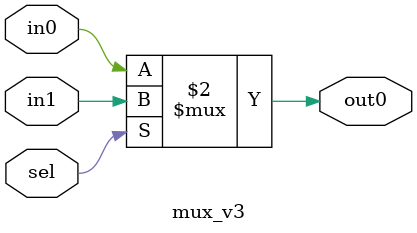
<source format=v>
`timescale 1ns / 1ps


module mux_v3(  input in0,
                input in1,
                input sel,
                output out0

    );
    
    assign out0 = (sel==0) ? in0 : in1;
endmodule

</source>
